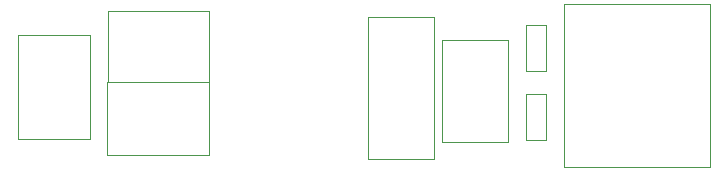
<source format=gbr>
%TF.GenerationSoftware,KiCad,Pcbnew,4.0.7*%
%TF.CreationDate,2017-11-14T20:11:37+08:00*%
%TF.ProjectId,STM32F401CCT6,53544D333246343031434354362E6B69,rev?*%
%TF.FileFunction,Other,User*%
%FSLAX46Y46*%
G04 Gerber Fmt 4.6, Leading zero omitted, Abs format (unit mm)*
G04 Created by KiCad (PCBNEW 4.0.7) date 11/14/17 20:11:37*
%MOMM*%
%LPD*%
G01*
G04 APERTURE LIST*
%ADD10C,0.100000*%
%ADD11C,0.050000*%
G04 APERTURE END LIST*
D10*
D11*
X-34672000Y8102000D02*
X-43322000Y8102000D01*
X-43322000Y8102000D02*
X-43322000Y1952000D01*
X-43322000Y1952000D02*
X-34672000Y1952000D01*
X-34672000Y1952000D02*
X-34672000Y8102000D01*
X-50880000Y12130000D02*
X-50880000Y3330000D01*
X-44780000Y3330000D02*
X-50880000Y3330000D01*
X-44780000Y12130000D02*
X-44780000Y3330000D01*
X-50880000Y12130000D02*
X-44780000Y12130000D01*
X-43210000Y14150000D02*
X-34710000Y14150000D01*
X-34710000Y14150000D02*
X-34710000Y8150000D01*
X-34710000Y8150000D02*
X-43210000Y8150000D01*
X-43210000Y8150000D02*
X-43210000Y14150000D01*
X-4610000Y14700000D02*
X-4610000Y950000D01*
X-4610000Y950000D02*
X7740000Y950000D01*
X7740000Y950000D02*
X7740000Y14700000D01*
X7740000Y14700000D02*
X-4610000Y14700000D01*
X-7840000Y12910000D02*
X-6140000Y12910000D01*
X-6140000Y12910000D02*
X-6140000Y9010000D01*
X-6140000Y9010000D02*
X-7840000Y9010000D01*
X-7840000Y9010000D02*
X-7840000Y12910000D01*
X-7840000Y7070000D02*
X-6140000Y7070000D01*
X-6140000Y7070000D02*
X-6140000Y3170000D01*
X-6140000Y3170000D02*
X-7840000Y3170000D01*
X-7840000Y3170000D02*
X-7840000Y7070000D01*
X-21240000Y1560000D02*
X-15640000Y1560000D01*
X-15640000Y1560000D02*
X-15640000Y13660000D01*
X-15640000Y13660000D02*
X-21240000Y13660000D01*
X-21240000Y13660000D02*
X-21240000Y1560000D01*
X-9360000Y11640000D02*
X-14960000Y11640000D01*
X-14960000Y11640000D02*
X-14960000Y3040000D01*
X-14960000Y3040000D02*
X-9360000Y3040000D01*
X-9360000Y3040000D02*
X-9360000Y11640000D01*
M02*

</source>
